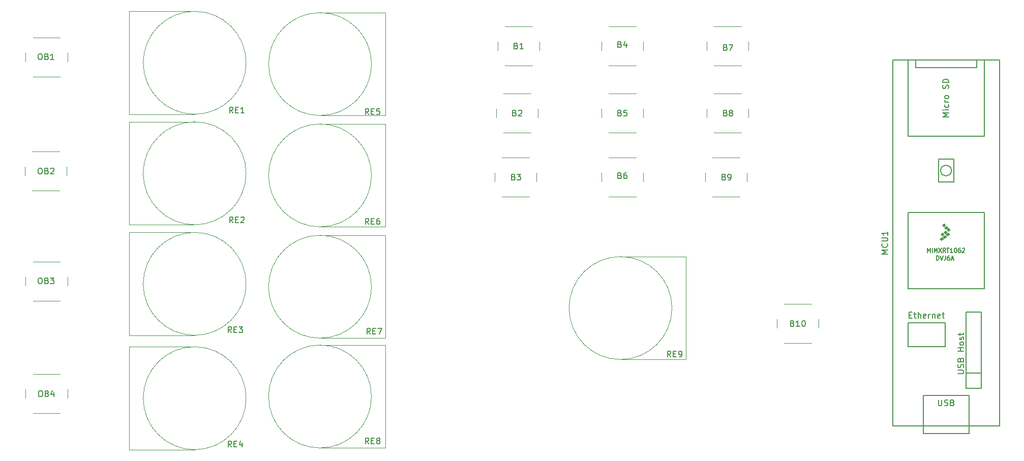
<source format=gbr>
G04 #@! TF.GenerationSoftware,KiCad,Pcbnew,(5.1.4-0-10_14)*
G04 #@! TF.CreationDate,2020-08-23T12:41:51+02:00*
G04 #@! TF.ProjectId,the_mvp,7468655f-6d76-4702-9e6b-696361645f70,1.0*
G04 #@! TF.SameCoordinates,Original*
G04 #@! TF.FileFunction,Legend,Top*
G04 #@! TF.FilePolarity,Positive*
%FSLAX46Y46*%
G04 Gerber Fmt 4.6, Leading zero omitted, Abs format (unit mm)*
G04 Created by KiCad (PCBNEW (5.1.4-0-10_14)) date 2020-08-23 12:41:51*
%MOMM*%
%LPD*%
G04 APERTURE LIST*
%ADD10C,0.150000*%
%ADD11C,0.100000*%
%ADD12C,0.120000*%
G04 APERTURE END LIST*
D10*
X210956026Y-51689000D02*
G75*
G03X210956026Y-51689000I-898026J0D01*
G01*
X203708000Y-71374000D02*
X216408000Y-71374000D01*
X203708000Y-58674000D02*
X203708000Y-71374000D01*
X216408000Y-58674000D02*
X203708000Y-58674000D01*
X216408000Y-71374000D02*
X216408000Y-58674000D01*
X203706400Y-81004000D02*
X203956400Y-81004000D01*
X203706400Y-77004000D02*
X203706400Y-81004000D01*
X209956400Y-77004000D02*
X203706400Y-77004000D01*
X209956400Y-81004000D02*
X209956400Y-77004000D01*
X203956400Y-81004000D02*
X209956400Y-81004000D01*
X213357200Y-85394800D02*
X215897200Y-85394800D01*
X213357200Y-87934800D02*
X213357200Y-85394800D01*
X215897200Y-87934800D02*
X213357200Y-87934800D01*
X215897200Y-75234800D02*
X215897200Y-87934800D01*
X213357200Y-75234800D02*
X215897200Y-75234800D01*
X213357200Y-87934800D02*
X213357200Y-75234800D01*
X208788000Y-53594000D02*
X208788000Y-49784000D01*
X211328000Y-53594000D02*
X208788000Y-53594000D01*
X211328000Y-49784000D02*
X211328000Y-53594000D01*
X208788000Y-49784000D02*
X211328000Y-49784000D01*
X215138000Y-34544000D02*
X215138000Y-33274000D01*
X204978000Y-34544000D02*
X215138000Y-34544000D01*
X204978000Y-33274000D02*
X204978000Y-34544000D01*
X216408000Y-45974000D02*
X216408000Y-33274000D01*
X203708000Y-45974000D02*
X216408000Y-45974000D01*
X203708000Y-33274000D02*
X203708000Y-45974000D01*
X213868000Y-94234000D02*
X213868000Y-95504000D01*
X213868000Y-95504000D02*
X206248000Y-95504000D01*
X206248000Y-95504000D02*
X206248000Y-94234000D01*
X213868000Y-89154000D02*
X206248000Y-89154000D01*
X206248000Y-89154000D02*
X206248000Y-94234000D01*
X213868000Y-89154000D02*
X213868000Y-94234000D01*
X201168000Y-94234000D02*
X201168000Y-33274000D01*
X201168000Y-33274000D02*
X218948000Y-33274000D01*
X218948000Y-33274000D02*
X218948000Y-94234000D01*
X218948000Y-94234000D02*
X201168000Y-94234000D01*
D11*
G36*
X210513000Y-61319000D02*
G01*
X210767000Y-61573000D01*
X210386000Y-61827000D01*
X210132000Y-61573000D01*
X210513000Y-61319000D01*
G37*
X210513000Y-61319000D02*
X210767000Y-61573000D01*
X210386000Y-61827000D01*
X210132000Y-61573000D01*
X210513000Y-61319000D01*
G36*
X210005000Y-61700000D02*
G01*
X210259000Y-61954000D01*
X209878000Y-62208000D01*
X209624000Y-61954000D01*
X210005000Y-61700000D01*
G37*
X210005000Y-61700000D02*
X210259000Y-61954000D01*
X209878000Y-62208000D01*
X209624000Y-61954000D01*
X210005000Y-61700000D01*
G36*
X209497000Y-62081000D02*
G01*
X209751000Y-62335000D01*
X209370000Y-62589000D01*
X209116000Y-62335000D01*
X209497000Y-62081000D01*
G37*
X209497000Y-62081000D02*
X209751000Y-62335000D01*
X209370000Y-62589000D01*
X209116000Y-62335000D01*
X209497000Y-62081000D01*
G36*
X210386000Y-62081000D02*
G01*
X210640000Y-62335000D01*
X210259000Y-62589000D01*
X210005000Y-62335000D01*
X210386000Y-62081000D01*
G37*
X210386000Y-62081000D02*
X210640000Y-62335000D01*
X210259000Y-62589000D01*
X210005000Y-62335000D01*
X210386000Y-62081000D01*
G36*
X209878000Y-62462000D02*
G01*
X210132000Y-62716000D01*
X209751000Y-62970000D01*
X209497000Y-62716000D01*
X209878000Y-62462000D01*
G37*
X209878000Y-62462000D02*
X210132000Y-62716000D01*
X209751000Y-62970000D01*
X209497000Y-62716000D01*
X209878000Y-62462000D01*
G36*
X209370000Y-62843000D02*
G01*
X209624000Y-63097000D01*
X209243000Y-63351000D01*
X208989000Y-63097000D01*
X209370000Y-62843000D01*
G37*
X209370000Y-62843000D02*
X209624000Y-63097000D01*
X209243000Y-63351000D01*
X208989000Y-63097000D01*
X209370000Y-62843000D01*
G36*
X210132000Y-60938000D02*
G01*
X210386000Y-61192000D01*
X210005000Y-61446000D01*
X209751000Y-61192000D01*
X210132000Y-60938000D01*
G37*
X210132000Y-60938000D02*
X210386000Y-61192000D01*
X210005000Y-61446000D01*
X209751000Y-61192000D01*
X210132000Y-60938000D01*
G36*
X209751000Y-60557000D02*
G01*
X210005000Y-60811000D01*
X209624000Y-61065000D01*
X209370000Y-60811000D01*
X209751000Y-60557000D01*
G37*
X209751000Y-60557000D02*
X210005000Y-60811000D01*
X209624000Y-61065000D01*
X209370000Y-60811000D01*
X209751000Y-60557000D01*
D12*
X159658000Y-53546000D02*
X159658000Y-52046000D01*
X158408000Y-49546000D02*
X153908000Y-49546000D01*
X152658000Y-52046000D02*
X152658000Y-53546000D01*
X153908000Y-56046000D02*
X158408000Y-56046000D01*
X159658000Y-42878000D02*
X159658000Y-41378000D01*
X158408000Y-38878000D02*
X153908000Y-38878000D01*
X152658000Y-41378000D02*
X152658000Y-42878000D01*
X153908000Y-45378000D02*
X158408000Y-45378000D01*
X142132000Y-42878000D02*
X142132000Y-41378000D01*
X140882000Y-38878000D02*
X136382000Y-38878000D01*
X135132000Y-41378000D02*
X135132000Y-42878000D01*
X136382000Y-45378000D02*
X140882000Y-45378000D01*
X166772000Y-66026000D02*
X155852000Y-66026000D01*
X166772000Y-83166000D02*
X166772000Y-66026000D01*
X166772000Y-83166000D02*
X155852000Y-83166000D01*
X164422000Y-74596000D02*
G75*
G03X164422000Y-74596000I-8570000J0D01*
G01*
X116734000Y-80758000D02*
X105814000Y-80758000D01*
X116734000Y-97898000D02*
X116734000Y-80758000D01*
X116734000Y-97898000D02*
X105814000Y-97898000D01*
X114384000Y-89328000D02*
G75*
G03X114384000Y-89328000I-8570000J0D01*
G01*
X116734000Y-62470000D02*
X105814000Y-62470000D01*
X116734000Y-79610000D02*
X116734000Y-62470000D01*
X116734000Y-79610000D02*
X105814000Y-79610000D01*
X114384000Y-71040000D02*
G75*
G03X114384000Y-71040000I-8570000J0D01*
G01*
X116734000Y-43928000D02*
X105814000Y-43928000D01*
X116734000Y-61068000D02*
X116734000Y-43928000D01*
X116734000Y-61068000D02*
X105814000Y-61068000D01*
X114384000Y-52498000D02*
G75*
G03X114384000Y-52498000I-8570000J0D01*
G01*
X116734000Y-25386000D02*
X105814000Y-25386000D01*
X116734000Y-42526000D02*
X116734000Y-25386000D01*
X116734000Y-42526000D02*
X105814000Y-42526000D01*
X114384000Y-33956000D02*
G75*
G03X114384000Y-33956000I-8570000J0D01*
G01*
X74020000Y-98185000D02*
X84940000Y-98185000D01*
X74020000Y-81045000D02*
X74020000Y-98185000D01*
X74020000Y-81045000D02*
X84940000Y-81045000D01*
X93510000Y-89615000D02*
G75*
G03X93510000Y-89615000I-8570000J0D01*
G01*
X74020000Y-79135000D02*
X84940000Y-79135000D01*
X74020000Y-61995000D02*
X74020000Y-79135000D01*
X74020000Y-61995000D02*
X84940000Y-61995000D01*
X93510000Y-70565000D02*
G75*
G03X93510000Y-70565000I-8570000J0D01*
G01*
X74020000Y-60720000D02*
X84940000Y-60720000D01*
X74020000Y-43580000D02*
X74020000Y-60720000D01*
X74020000Y-43580000D02*
X84940000Y-43580000D01*
X93510000Y-52150000D02*
G75*
G03X93510000Y-52150000I-8570000J0D01*
G01*
X74020000Y-42305000D02*
X84940000Y-42305000D01*
X74020000Y-25165000D02*
X74020000Y-42305000D01*
X74020000Y-25165000D02*
X84940000Y-25165000D01*
X93510000Y-33735000D02*
G75*
G03X93510000Y-33735000I-8570000J0D01*
G01*
X63750000Y-89614000D02*
X63750000Y-88114000D01*
X62500000Y-85614000D02*
X58000000Y-85614000D01*
X56750000Y-88114000D02*
X56750000Y-89614000D01*
X58000000Y-92114000D02*
X62500000Y-92114000D01*
X56750000Y-69390000D02*
X56750000Y-70890000D01*
X58000000Y-73390000D02*
X62500000Y-73390000D01*
X63750000Y-70890000D02*
X63750000Y-69390000D01*
X62500000Y-66890000D02*
X58000000Y-66890000D01*
X63646000Y-52530000D02*
X63646000Y-51030000D01*
X62396000Y-48530000D02*
X57896000Y-48530000D01*
X56646000Y-51030000D02*
X56646000Y-52530000D01*
X57896000Y-55030000D02*
X62396000Y-55030000D01*
X56750000Y-32052000D02*
X56750000Y-33552000D01*
X58000000Y-36052000D02*
X62500000Y-36052000D01*
X63750000Y-33552000D02*
X63750000Y-32052000D01*
X62500000Y-29552000D02*
X58000000Y-29552000D01*
X188868000Y-77930000D02*
X188868000Y-76430000D01*
X187618000Y-73930000D02*
X183118000Y-73930000D01*
X181868000Y-76430000D02*
X181868000Y-77930000D01*
X183118000Y-80430000D02*
X187618000Y-80430000D01*
X176930000Y-53546000D02*
X176930000Y-52046000D01*
X175680000Y-49546000D02*
X171180000Y-49546000D01*
X169930000Y-52046000D02*
X169930000Y-53546000D01*
X171180000Y-56046000D02*
X175680000Y-56046000D01*
X177184000Y-42878000D02*
X177184000Y-41378000D01*
X175934000Y-38878000D02*
X171434000Y-38878000D01*
X170184000Y-41378000D02*
X170184000Y-42878000D01*
X171434000Y-45378000D02*
X175934000Y-45378000D01*
X177184000Y-31702000D02*
X177184000Y-30202000D01*
X175934000Y-27702000D02*
X171434000Y-27702000D01*
X170184000Y-30202000D02*
X170184000Y-31702000D01*
X171434000Y-34202000D02*
X175934000Y-34202000D01*
X159658000Y-31702000D02*
X159658000Y-30202000D01*
X158408000Y-27702000D02*
X153908000Y-27702000D01*
X152658000Y-30202000D02*
X152658000Y-31702000D01*
X153908000Y-34202000D02*
X158408000Y-34202000D01*
X141878000Y-53546000D02*
X141878000Y-52046000D01*
X140628000Y-49546000D02*
X136128000Y-49546000D01*
X134878000Y-52046000D02*
X134878000Y-53546000D01*
X136128000Y-56046000D02*
X140628000Y-56046000D01*
X142386000Y-31702000D02*
X142386000Y-30202000D01*
X141136000Y-27702000D02*
X136636000Y-27702000D01*
X135386000Y-30202000D02*
X135386000Y-31702000D01*
X136636000Y-34202000D02*
X141136000Y-34202000D01*
D10*
X200350380Y-65587333D02*
X199350380Y-65587333D01*
X200064666Y-65254000D01*
X199350380Y-64920666D01*
X200350380Y-64920666D01*
X200255142Y-63873047D02*
X200302761Y-63920666D01*
X200350380Y-64063523D01*
X200350380Y-64158761D01*
X200302761Y-64301619D01*
X200207523Y-64396857D01*
X200112285Y-64444476D01*
X199921809Y-64492095D01*
X199778952Y-64492095D01*
X199588476Y-64444476D01*
X199493238Y-64396857D01*
X199398000Y-64301619D01*
X199350380Y-64158761D01*
X199350380Y-64063523D01*
X199398000Y-63920666D01*
X199445619Y-63873047D01*
X199350380Y-63444476D02*
X200159904Y-63444476D01*
X200255142Y-63396857D01*
X200302761Y-63349238D01*
X200350380Y-63254000D01*
X200350380Y-63063523D01*
X200302761Y-62968285D01*
X200255142Y-62920666D01*
X200159904Y-62873047D01*
X199350380Y-62873047D01*
X200350380Y-61873047D02*
X200350380Y-62444476D01*
X200350380Y-62158761D02*
X199350380Y-62158761D01*
X199493238Y-62254000D01*
X199588476Y-62349238D01*
X199636095Y-62444476D01*
X211999580Y-85529323D02*
X212809104Y-85529323D01*
X212904342Y-85481704D01*
X212951961Y-85434085D01*
X212999580Y-85338847D01*
X212999580Y-85148371D01*
X212951961Y-85053133D01*
X212904342Y-85005514D01*
X212809104Y-84957895D01*
X211999580Y-84957895D01*
X212951961Y-84529323D02*
X212999580Y-84386466D01*
X212999580Y-84148371D01*
X212951961Y-84053133D01*
X212904342Y-84005514D01*
X212809104Y-83957895D01*
X212713866Y-83957895D01*
X212618628Y-84005514D01*
X212571009Y-84053133D01*
X212523390Y-84148371D01*
X212475771Y-84338847D01*
X212428152Y-84434085D01*
X212380533Y-84481704D01*
X212285295Y-84529323D01*
X212190057Y-84529323D01*
X212094819Y-84481704D01*
X212047200Y-84434085D01*
X211999580Y-84338847D01*
X211999580Y-84100752D01*
X212047200Y-83957895D01*
X212475771Y-83195990D02*
X212523390Y-83053133D01*
X212571009Y-83005514D01*
X212666247Y-82957895D01*
X212809104Y-82957895D01*
X212904342Y-83005514D01*
X212951961Y-83053133D01*
X212999580Y-83148371D01*
X212999580Y-83529323D01*
X211999580Y-83529323D01*
X211999580Y-83195990D01*
X212047200Y-83100752D01*
X212094819Y-83053133D01*
X212190057Y-83005514D01*
X212285295Y-83005514D01*
X212380533Y-83053133D01*
X212428152Y-83100752D01*
X212475771Y-83195990D01*
X212475771Y-83529323D01*
X212999580Y-81767419D02*
X211999580Y-81767419D01*
X212475771Y-81767419D02*
X212475771Y-81195990D01*
X212999580Y-81195990D02*
X211999580Y-81195990D01*
X212999580Y-80576942D02*
X212951961Y-80672180D01*
X212904342Y-80719800D01*
X212809104Y-80767419D01*
X212523390Y-80767419D01*
X212428152Y-80719800D01*
X212380533Y-80672180D01*
X212332914Y-80576942D01*
X212332914Y-80434085D01*
X212380533Y-80338847D01*
X212428152Y-80291228D01*
X212523390Y-80243609D01*
X212809104Y-80243609D01*
X212904342Y-80291228D01*
X212951961Y-80338847D01*
X212999580Y-80434085D01*
X212999580Y-80576942D01*
X212951961Y-79862657D02*
X212999580Y-79767419D01*
X212999580Y-79576942D01*
X212951961Y-79481704D01*
X212856723Y-79434085D01*
X212809104Y-79434085D01*
X212713866Y-79481704D01*
X212666247Y-79576942D01*
X212666247Y-79719800D01*
X212618628Y-79815038D01*
X212523390Y-79862657D01*
X212475771Y-79862657D01*
X212380533Y-79815038D01*
X212332914Y-79719800D01*
X212332914Y-79576942D01*
X212380533Y-79481704D01*
X212332914Y-79148371D02*
X212332914Y-78767419D01*
X211999580Y-79005514D02*
X212856723Y-79005514D01*
X212951961Y-78957895D01*
X212999580Y-78862657D01*
X212999580Y-78767419D01*
X203924257Y-75747571D02*
X204257590Y-75747571D01*
X204400447Y-76271380D02*
X203924257Y-76271380D01*
X203924257Y-75271380D01*
X204400447Y-75271380D01*
X204686161Y-75604714D02*
X205067114Y-75604714D01*
X204829019Y-75271380D02*
X204829019Y-76128523D01*
X204876638Y-76223761D01*
X204971876Y-76271380D01*
X205067114Y-76271380D01*
X205400447Y-76271380D02*
X205400447Y-75271380D01*
X205829019Y-76271380D02*
X205829019Y-75747571D01*
X205781400Y-75652333D01*
X205686161Y-75604714D01*
X205543304Y-75604714D01*
X205448066Y-75652333D01*
X205400447Y-75699952D01*
X206686161Y-76223761D02*
X206590923Y-76271380D01*
X206400447Y-76271380D01*
X206305209Y-76223761D01*
X206257590Y-76128523D01*
X206257590Y-75747571D01*
X206305209Y-75652333D01*
X206400447Y-75604714D01*
X206590923Y-75604714D01*
X206686161Y-75652333D01*
X206733780Y-75747571D01*
X206733780Y-75842809D01*
X206257590Y-75938047D01*
X207162352Y-76271380D02*
X207162352Y-75604714D01*
X207162352Y-75795190D02*
X207209971Y-75699952D01*
X207257590Y-75652333D01*
X207352828Y-75604714D01*
X207448066Y-75604714D01*
X207781400Y-75604714D02*
X207781400Y-76271380D01*
X207781400Y-75699952D02*
X207829019Y-75652333D01*
X207924257Y-75604714D01*
X208067114Y-75604714D01*
X208162352Y-75652333D01*
X208209971Y-75747571D01*
X208209971Y-76271380D01*
X209067114Y-76223761D02*
X208971876Y-76271380D01*
X208781400Y-76271380D01*
X208686161Y-76223761D01*
X208638542Y-76128523D01*
X208638542Y-75747571D01*
X208686161Y-75652333D01*
X208781400Y-75604714D01*
X208971876Y-75604714D01*
X209067114Y-75652333D01*
X209114733Y-75747571D01*
X209114733Y-75842809D01*
X208638542Y-75938047D01*
X209400447Y-75604714D02*
X209781400Y-75604714D01*
X209543304Y-75271380D02*
X209543304Y-76128523D01*
X209590923Y-76223761D01*
X209686161Y-76271380D01*
X209781400Y-76271380D01*
X208796095Y-89876380D02*
X208796095Y-90685904D01*
X208843714Y-90781142D01*
X208891333Y-90828761D01*
X208986571Y-90876380D01*
X209177047Y-90876380D01*
X209272285Y-90828761D01*
X209319904Y-90781142D01*
X209367523Y-90685904D01*
X209367523Y-89876380D01*
X209796095Y-90828761D02*
X209938952Y-90876380D01*
X210177047Y-90876380D01*
X210272285Y-90828761D01*
X210319904Y-90781142D01*
X210367523Y-90685904D01*
X210367523Y-90590666D01*
X210319904Y-90495428D01*
X210272285Y-90447809D01*
X210177047Y-90400190D01*
X209986571Y-90352571D01*
X209891333Y-90304952D01*
X209843714Y-90257333D01*
X209796095Y-90162095D01*
X209796095Y-90066857D01*
X209843714Y-89971619D01*
X209891333Y-89924000D01*
X209986571Y-89876380D01*
X210224666Y-89876380D01*
X210367523Y-89924000D01*
X211129428Y-90352571D02*
X211272285Y-90400190D01*
X211319904Y-90447809D01*
X211367523Y-90543047D01*
X211367523Y-90685904D01*
X211319904Y-90781142D01*
X211272285Y-90828761D01*
X211177047Y-90876380D01*
X210796095Y-90876380D01*
X210796095Y-89876380D01*
X211129428Y-89876380D01*
X211224666Y-89924000D01*
X211272285Y-89971619D01*
X211319904Y-90066857D01*
X211319904Y-90162095D01*
X211272285Y-90257333D01*
X211224666Y-90304952D01*
X211129428Y-90352571D01*
X210796095Y-90352571D01*
X210510380Y-42743047D02*
X209510380Y-42743047D01*
X210224666Y-42409714D01*
X209510380Y-42076380D01*
X210510380Y-42076380D01*
X210510380Y-41600190D02*
X209843714Y-41600190D01*
X209510380Y-41600190D02*
X209558000Y-41647809D01*
X209605619Y-41600190D01*
X209558000Y-41552571D01*
X209510380Y-41600190D01*
X209605619Y-41600190D01*
X210462761Y-40695428D02*
X210510380Y-40790666D01*
X210510380Y-40981142D01*
X210462761Y-41076380D01*
X210415142Y-41124000D01*
X210319904Y-41171619D01*
X210034190Y-41171619D01*
X209938952Y-41124000D01*
X209891333Y-41076380D01*
X209843714Y-40981142D01*
X209843714Y-40790666D01*
X209891333Y-40695428D01*
X210510380Y-40266857D02*
X209843714Y-40266857D01*
X210034190Y-40266857D02*
X209938952Y-40219238D01*
X209891333Y-40171619D01*
X209843714Y-40076380D01*
X209843714Y-39981142D01*
X210510380Y-39504952D02*
X210462761Y-39600190D01*
X210415142Y-39647809D01*
X210319904Y-39695428D01*
X210034190Y-39695428D01*
X209938952Y-39647809D01*
X209891333Y-39600190D01*
X209843714Y-39504952D01*
X209843714Y-39362095D01*
X209891333Y-39266857D01*
X209938952Y-39219238D01*
X210034190Y-39171619D01*
X210319904Y-39171619D01*
X210415142Y-39219238D01*
X210462761Y-39266857D01*
X210510380Y-39362095D01*
X210510380Y-39504952D01*
X210462761Y-38028761D02*
X210510380Y-37885904D01*
X210510380Y-37647809D01*
X210462761Y-37552571D01*
X210415142Y-37504952D01*
X210319904Y-37457333D01*
X210224666Y-37457333D01*
X210129428Y-37504952D01*
X210081809Y-37552571D01*
X210034190Y-37647809D01*
X209986571Y-37838285D01*
X209938952Y-37933523D01*
X209891333Y-37981142D01*
X209796095Y-38028761D01*
X209700857Y-38028761D01*
X209605619Y-37981142D01*
X209558000Y-37933523D01*
X209510380Y-37838285D01*
X209510380Y-37600190D01*
X209558000Y-37457333D01*
X210510380Y-37028761D02*
X209510380Y-37028761D01*
X209510380Y-36790666D01*
X209558000Y-36647809D01*
X209653238Y-36552571D01*
X209748476Y-36504952D01*
X209938952Y-36457333D01*
X210081809Y-36457333D01*
X210272285Y-36504952D01*
X210367523Y-36552571D01*
X210462761Y-36647809D01*
X210510380Y-36790666D01*
X210510380Y-37028761D01*
X206974666Y-65340666D02*
X206974666Y-64640666D01*
X207208000Y-65140666D01*
X207441333Y-64640666D01*
X207441333Y-65340666D01*
X207774666Y-65340666D02*
X207774666Y-64640666D01*
X208108000Y-65340666D02*
X208108000Y-64640666D01*
X208341333Y-65140666D01*
X208574666Y-64640666D01*
X208574666Y-65340666D01*
X208841333Y-64640666D02*
X209308000Y-65340666D01*
X209308000Y-64640666D02*
X208841333Y-65340666D01*
X209974666Y-65340666D02*
X209741333Y-65007333D01*
X209574666Y-65340666D02*
X209574666Y-64640666D01*
X209841333Y-64640666D01*
X209908000Y-64674000D01*
X209941333Y-64707333D01*
X209974666Y-64774000D01*
X209974666Y-64874000D01*
X209941333Y-64940666D01*
X209908000Y-64974000D01*
X209841333Y-65007333D01*
X209574666Y-65007333D01*
X210174666Y-64640666D02*
X210574666Y-64640666D01*
X210374666Y-65340666D02*
X210374666Y-64640666D01*
X211174666Y-65340666D02*
X210774666Y-65340666D01*
X210974666Y-65340666D02*
X210974666Y-64640666D01*
X210908000Y-64740666D01*
X210841333Y-64807333D01*
X210774666Y-64840666D01*
X211608000Y-64640666D02*
X211674666Y-64640666D01*
X211741333Y-64674000D01*
X211774666Y-64707333D01*
X211808000Y-64774000D01*
X211841333Y-64907333D01*
X211841333Y-65074000D01*
X211808000Y-65207333D01*
X211774666Y-65274000D01*
X211741333Y-65307333D01*
X211674666Y-65340666D01*
X211608000Y-65340666D01*
X211541333Y-65307333D01*
X211508000Y-65274000D01*
X211474666Y-65207333D01*
X211441333Y-65074000D01*
X211441333Y-64907333D01*
X211474666Y-64774000D01*
X211508000Y-64707333D01*
X211541333Y-64674000D01*
X211608000Y-64640666D01*
X212441333Y-64640666D02*
X212308000Y-64640666D01*
X212241333Y-64674000D01*
X212208000Y-64707333D01*
X212141333Y-64807333D01*
X212108000Y-64940666D01*
X212108000Y-65207333D01*
X212141333Y-65274000D01*
X212174666Y-65307333D01*
X212241333Y-65340666D01*
X212374666Y-65340666D01*
X212441333Y-65307333D01*
X212474666Y-65274000D01*
X212508000Y-65207333D01*
X212508000Y-65040666D01*
X212474666Y-64974000D01*
X212441333Y-64940666D01*
X212374666Y-64907333D01*
X212241333Y-64907333D01*
X212174666Y-64940666D01*
X212141333Y-64974000D01*
X212108000Y-65040666D01*
X212774666Y-64707333D02*
X212808000Y-64674000D01*
X212874666Y-64640666D01*
X213041333Y-64640666D01*
X213108000Y-64674000D01*
X213141333Y-64707333D01*
X213174666Y-64774000D01*
X213174666Y-64840666D01*
X213141333Y-64940666D01*
X212741333Y-65340666D01*
X213174666Y-65340666D01*
X208494666Y-66610666D02*
X208494666Y-65910666D01*
X208661333Y-65910666D01*
X208761333Y-65944000D01*
X208828000Y-66010666D01*
X208861333Y-66077333D01*
X208894666Y-66210666D01*
X208894666Y-66310666D01*
X208861333Y-66444000D01*
X208828000Y-66510666D01*
X208761333Y-66577333D01*
X208661333Y-66610666D01*
X208494666Y-66610666D01*
X209094666Y-65910666D02*
X209328000Y-66610666D01*
X209561333Y-65910666D01*
X209994666Y-65910666D02*
X209994666Y-66410666D01*
X209961333Y-66510666D01*
X209894666Y-66577333D01*
X209794666Y-66610666D01*
X209728000Y-66610666D01*
X210628000Y-65910666D02*
X210494666Y-65910666D01*
X210428000Y-65944000D01*
X210394666Y-65977333D01*
X210328000Y-66077333D01*
X210294666Y-66210666D01*
X210294666Y-66477333D01*
X210328000Y-66544000D01*
X210361333Y-66577333D01*
X210428000Y-66610666D01*
X210561333Y-66610666D01*
X210628000Y-66577333D01*
X210661333Y-66544000D01*
X210694666Y-66477333D01*
X210694666Y-66310666D01*
X210661333Y-66244000D01*
X210628000Y-66210666D01*
X210561333Y-66177333D01*
X210428000Y-66177333D01*
X210361333Y-66210666D01*
X210328000Y-66244000D01*
X210294666Y-66310666D01*
X210961333Y-66410666D02*
X211294666Y-66410666D01*
X210894666Y-66610666D02*
X211128000Y-65910666D01*
X211361333Y-66610666D01*
X155753238Y-52506571D02*
X155896095Y-52554190D01*
X155943714Y-52601809D01*
X155991333Y-52697047D01*
X155991333Y-52839904D01*
X155943714Y-52935142D01*
X155896095Y-52982761D01*
X155800857Y-53030380D01*
X155419904Y-53030380D01*
X155419904Y-52030380D01*
X155753238Y-52030380D01*
X155848476Y-52078000D01*
X155896095Y-52125619D01*
X155943714Y-52220857D01*
X155943714Y-52316095D01*
X155896095Y-52411333D01*
X155848476Y-52458952D01*
X155753238Y-52506571D01*
X155419904Y-52506571D01*
X156848476Y-52030380D02*
X156658000Y-52030380D01*
X156562761Y-52078000D01*
X156515142Y-52125619D01*
X156419904Y-52268476D01*
X156372285Y-52458952D01*
X156372285Y-52839904D01*
X156419904Y-52935142D01*
X156467523Y-52982761D01*
X156562761Y-53030380D01*
X156753238Y-53030380D01*
X156848476Y-52982761D01*
X156896095Y-52935142D01*
X156943714Y-52839904D01*
X156943714Y-52601809D01*
X156896095Y-52506571D01*
X156848476Y-52458952D01*
X156753238Y-52411333D01*
X156562761Y-52411333D01*
X156467523Y-52458952D01*
X156419904Y-52506571D01*
X156372285Y-52601809D01*
X155753238Y-42092571D02*
X155896095Y-42140190D01*
X155943714Y-42187809D01*
X155991333Y-42283047D01*
X155991333Y-42425904D01*
X155943714Y-42521142D01*
X155896095Y-42568761D01*
X155800857Y-42616380D01*
X155419904Y-42616380D01*
X155419904Y-41616380D01*
X155753238Y-41616380D01*
X155848476Y-41664000D01*
X155896095Y-41711619D01*
X155943714Y-41806857D01*
X155943714Y-41902095D01*
X155896095Y-41997333D01*
X155848476Y-42044952D01*
X155753238Y-42092571D01*
X155419904Y-42092571D01*
X156896095Y-41616380D02*
X156419904Y-41616380D01*
X156372285Y-42092571D01*
X156419904Y-42044952D01*
X156515142Y-41997333D01*
X156753238Y-41997333D01*
X156848476Y-42044952D01*
X156896095Y-42092571D01*
X156943714Y-42187809D01*
X156943714Y-42425904D01*
X156896095Y-42521142D01*
X156848476Y-42568761D01*
X156753238Y-42616380D01*
X156515142Y-42616380D01*
X156419904Y-42568761D01*
X156372285Y-42521142D01*
X138227238Y-42092571D02*
X138370095Y-42140190D01*
X138417714Y-42187809D01*
X138465333Y-42283047D01*
X138465333Y-42425904D01*
X138417714Y-42521142D01*
X138370095Y-42568761D01*
X138274857Y-42616380D01*
X137893904Y-42616380D01*
X137893904Y-41616380D01*
X138227238Y-41616380D01*
X138322476Y-41664000D01*
X138370095Y-41711619D01*
X138417714Y-41806857D01*
X138417714Y-41902095D01*
X138370095Y-41997333D01*
X138322476Y-42044952D01*
X138227238Y-42092571D01*
X137893904Y-42092571D01*
X138846285Y-41711619D02*
X138893904Y-41664000D01*
X138989142Y-41616380D01*
X139227238Y-41616380D01*
X139322476Y-41664000D01*
X139370095Y-41711619D01*
X139417714Y-41806857D01*
X139417714Y-41902095D01*
X139370095Y-42044952D01*
X138798666Y-42616380D01*
X139417714Y-42616380D01*
X164226952Y-82748380D02*
X163893619Y-82272190D01*
X163655523Y-82748380D02*
X163655523Y-81748380D01*
X164036476Y-81748380D01*
X164131714Y-81796000D01*
X164179333Y-81843619D01*
X164226952Y-81938857D01*
X164226952Y-82081714D01*
X164179333Y-82176952D01*
X164131714Y-82224571D01*
X164036476Y-82272190D01*
X163655523Y-82272190D01*
X164655523Y-82224571D02*
X164988857Y-82224571D01*
X165131714Y-82748380D02*
X164655523Y-82748380D01*
X164655523Y-81748380D01*
X165131714Y-81748380D01*
X165607904Y-82748380D02*
X165798380Y-82748380D01*
X165893619Y-82700761D01*
X165941238Y-82653142D01*
X166036476Y-82510285D01*
X166084095Y-82319809D01*
X166084095Y-81938857D01*
X166036476Y-81843619D01*
X165988857Y-81796000D01*
X165893619Y-81748380D01*
X165703142Y-81748380D01*
X165607904Y-81796000D01*
X165560285Y-81843619D01*
X165512666Y-81938857D01*
X165512666Y-82176952D01*
X165560285Y-82272190D01*
X165607904Y-82319809D01*
X165703142Y-82367428D01*
X165893619Y-82367428D01*
X165988857Y-82319809D01*
X166036476Y-82272190D01*
X166084095Y-82176952D01*
X113934952Y-97226380D02*
X113601619Y-96750190D01*
X113363523Y-97226380D02*
X113363523Y-96226380D01*
X113744476Y-96226380D01*
X113839714Y-96274000D01*
X113887333Y-96321619D01*
X113934952Y-96416857D01*
X113934952Y-96559714D01*
X113887333Y-96654952D01*
X113839714Y-96702571D01*
X113744476Y-96750190D01*
X113363523Y-96750190D01*
X114363523Y-96702571D02*
X114696857Y-96702571D01*
X114839714Y-97226380D02*
X114363523Y-97226380D01*
X114363523Y-96226380D01*
X114839714Y-96226380D01*
X115411142Y-96654952D02*
X115315904Y-96607333D01*
X115268285Y-96559714D01*
X115220666Y-96464476D01*
X115220666Y-96416857D01*
X115268285Y-96321619D01*
X115315904Y-96274000D01*
X115411142Y-96226380D01*
X115601619Y-96226380D01*
X115696857Y-96274000D01*
X115744476Y-96321619D01*
X115792095Y-96416857D01*
X115792095Y-96464476D01*
X115744476Y-96559714D01*
X115696857Y-96607333D01*
X115601619Y-96654952D01*
X115411142Y-96654952D01*
X115315904Y-96702571D01*
X115268285Y-96750190D01*
X115220666Y-96845428D01*
X115220666Y-97035904D01*
X115268285Y-97131142D01*
X115315904Y-97178761D01*
X115411142Y-97226380D01*
X115601619Y-97226380D01*
X115696857Y-97178761D01*
X115744476Y-97131142D01*
X115792095Y-97035904D01*
X115792095Y-96845428D01*
X115744476Y-96750190D01*
X115696857Y-96702571D01*
X115601619Y-96654952D01*
X114188952Y-78938380D02*
X113855619Y-78462190D01*
X113617523Y-78938380D02*
X113617523Y-77938380D01*
X113998476Y-77938380D01*
X114093714Y-77986000D01*
X114141333Y-78033619D01*
X114188952Y-78128857D01*
X114188952Y-78271714D01*
X114141333Y-78366952D01*
X114093714Y-78414571D01*
X113998476Y-78462190D01*
X113617523Y-78462190D01*
X114617523Y-78414571D02*
X114950857Y-78414571D01*
X115093714Y-78938380D02*
X114617523Y-78938380D01*
X114617523Y-77938380D01*
X115093714Y-77938380D01*
X115427047Y-77938380D02*
X116093714Y-77938380D01*
X115665142Y-78938380D01*
X113934952Y-60650380D02*
X113601619Y-60174190D01*
X113363523Y-60650380D02*
X113363523Y-59650380D01*
X113744476Y-59650380D01*
X113839714Y-59698000D01*
X113887333Y-59745619D01*
X113934952Y-59840857D01*
X113934952Y-59983714D01*
X113887333Y-60078952D01*
X113839714Y-60126571D01*
X113744476Y-60174190D01*
X113363523Y-60174190D01*
X114363523Y-60126571D02*
X114696857Y-60126571D01*
X114839714Y-60650380D02*
X114363523Y-60650380D01*
X114363523Y-59650380D01*
X114839714Y-59650380D01*
X115696857Y-59650380D02*
X115506380Y-59650380D01*
X115411142Y-59698000D01*
X115363523Y-59745619D01*
X115268285Y-59888476D01*
X115220666Y-60078952D01*
X115220666Y-60459904D01*
X115268285Y-60555142D01*
X115315904Y-60602761D01*
X115411142Y-60650380D01*
X115601619Y-60650380D01*
X115696857Y-60602761D01*
X115744476Y-60555142D01*
X115792095Y-60459904D01*
X115792095Y-60221809D01*
X115744476Y-60126571D01*
X115696857Y-60078952D01*
X115601619Y-60031333D01*
X115411142Y-60031333D01*
X115315904Y-60078952D01*
X115268285Y-60126571D01*
X115220666Y-60221809D01*
X113934952Y-42362380D02*
X113601619Y-41886190D01*
X113363523Y-42362380D02*
X113363523Y-41362380D01*
X113744476Y-41362380D01*
X113839714Y-41410000D01*
X113887333Y-41457619D01*
X113934952Y-41552857D01*
X113934952Y-41695714D01*
X113887333Y-41790952D01*
X113839714Y-41838571D01*
X113744476Y-41886190D01*
X113363523Y-41886190D01*
X114363523Y-41838571D02*
X114696857Y-41838571D01*
X114839714Y-42362380D02*
X114363523Y-42362380D01*
X114363523Y-41362380D01*
X114839714Y-41362380D01*
X115744476Y-41362380D02*
X115268285Y-41362380D01*
X115220666Y-41838571D01*
X115268285Y-41790952D01*
X115363523Y-41743333D01*
X115601619Y-41743333D01*
X115696857Y-41790952D01*
X115744476Y-41838571D01*
X115792095Y-41933809D01*
X115792095Y-42171904D01*
X115744476Y-42267142D01*
X115696857Y-42314761D01*
X115601619Y-42362380D01*
X115363523Y-42362380D01*
X115268285Y-42314761D01*
X115220666Y-42267142D01*
X91074952Y-97734380D02*
X90741619Y-97258190D01*
X90503523Y-97734380D02*
X90503523Y-96734380D01*
X90884476Y-96734380D01*
X90979714Y-96782000D01*
X91027333Y-96829619D01*
X91074952Y-96924857D01*
X91074952Y-97067714D01*
X91027333Y-97162952D01*
X90979714Y-97210571D01*
X90884476Y-97258190D01*
X90503523Y-97258190D01*
X91503523Y-97210571D02*
X91836857Y-97210571D01*
X91979714Y-97734380D02*
X91503523Y-97734380D01*
X91503523Y-96734380D01*
X91979714Y-96734380D01*
X92836857Y-97067714D02*
X92836857Y-97734380D01*
X92598761Y-96686761D02*
X92360666Y-97401047D01*
X92979714Y-97401047D01*
X91074952Y-78684380D02*
X90741619Y-78208190D01*
X90503523Y-78684380D02*
X90503523Y-77684380D01*
X90884476Y-77684380D01*
X90979714Y-77732000D01*
X91027333Y-77779619D01*
X91074952Y-77874857D01*
X91074952Y-78017714D01*
X91027333Y-78112952D01*
X90979714Y-78160571D01*
X90884476Y-78208190D01*
X90503523Y-78208190D01*
X91503523Y-78160571D02*
X91836857Y-78160571D01*
X91979714Y-78684380D02*
X91503523Y-78684380D01*
X91503523Y-77684380D01*
X91979714Y-77684380D01*
X92313047Y-77684380D02*
X92932095Y-77684380D01*
X92598761Y-78065333D01*
X92741619Y-78065333D01*
X92836857Y-78112952D01*
X92884476Y-78160571D01*
X92932095Y-78255809D01*
X92932095Y-78493904D01*
X92884476Y-78589142D01*
X92836857Y-78636761D01*
X92741619Y-78684380D01*
X92455904Y-78684380D01*
X92360666Y-78636761D01*
X92313047Y-78589142D01*
X91328952Y-60396380D02*
X90995619Y-59920190D01*
X90757523Y-60396380D02*
X90757523Y-59396380D01*
X91138476Y-59396380D01*
X91233714Y-59444000D01*
X91281333Y-59491619D01*
X91328952Y-59586857D01*
X91328952Y-59729714D01*
X91281333Y-59824952D01*
X91233714Y-59872571D01*
X91138476Y-59920190D01*
X90757523Y-59920190D01*
X91757523Y-59872571D02*
X92090857Y-59872571D01*
X92233714Y-60396380D02*
X91757523Y-60396380D01*
X91757523Y-59396380D01*
X92233714Y-59396380D01*
X92614666Y-59491619D02*
X92662285Y-59444000D01*
X92757523Y-59396380D01*
X92995619Y-59396380D01*
X93090857Y-59444000D01*
X93138476Y-59491619D01*
X93186095Y-59586857D01*
X93186095Y-59682095D01*
X93138476Y-59824952D01*
X92567047Y-60396380D01*
X93186095Y-60396380D01*
X91328952Y-42108380D02*
X90995619Y-41632190D01*
X90757523Y-42108380D02*
X90757523Y-41108380D01*
X91138476Y-41108380D01*
X91233714Y-41156000D01*
X91281333Y-41203619D01*
X91328952Y-41298857D01*
X91328952Y-41441714D01*
X91281333Y-41536952D01*
X91233714Y-41584571D01*
X91138476Y-41632190D01*
X90757523Y-41632190D01*
X91757523Y-41584571D02*
X92090857Y-41584571D01*
X92233714Y-42108380D02*
X91757523Y-42108380D01*
X91757523Y-41108380D01*
X92233714Y-41108380D01*
X93186095Y-42108380D02*
X92614666Y-42108380D01*
X92900380Y-42108380D02*
X92900380Y-41108380D01*
X92805142Y-41251238D01*
X92709904Y-41346476D01*
X92614666Y-41394095D01*
X59178571Y-88352380D02*
X59369047Y-88352380D01*
X59464285Y-88400000D01*
X59559523Y-88495238D01*
X59607142Y-88685714D01*
X59607142Y-89019047D01*
X59559523Y-89209523D01*
X59464285Y-89304761D01*
X59369047Y-89352380D01*
X59178571Y-89352380D01*
X59083333Y-89304761D01*
X58988095Y-89209523D01*
X58940476Y-89019047D01*
X58940476Y-88685714D01*
X58988095Y-88495238D01*
X59083333Y-88400000D01*
X59178571Y-88352380D01*
X60369047Y-88828571D02*
X60511904Y-88876190D01*
X60559523Y-88923809D01*
X60607142Y-89019047D01*
X60607142Y-89161904D01*
X60559523Y-89257142D01*
X60511904Y-89304761D01*
X60416666Y-89352380D01*
X60035714Y-89352380D01*
X60035714Y-88352380D01*
X60369047Y-88352380D01*
X60464285Y-88400000D01*
X60511904Y-88447619D01*
X60559523Y-88542857D01*
X60559523Y-88638095D01*
X60511904Y-88733333D01*
X60464285Y-88780952D01*
X60369047Y-88828571D01*
X60035714Y-88828571D01*
X61464285Y-88685714D02*
X61464285Y-89352380D01*
X61226190Y-88304761D02*
X60988095Y-89019047D01*
X61607142Y-89019047D01*
X59126571Y-69556380D02*
X59317047Y-69556380D01*
X59412285Y-69604000D01*
X59507523Y-69699238D01*
X59555142Y-69889714D01*
X59555142Y-70223047D01*
X59507523Y-70413523D01*
X59412285Y-70508761D01*
X59317047Y-70556380D01*
X59126571Y-70556380D01*
X59031333Y-70508761D01*
X58936095Y-70413523D01*
X58888476Y-70223047D01*
X58888476Y-69889714D01*
X58936095Y-69699238D01*
X59031333Y-69604000D01*
X59126571Y-69556380D01*
X60317047Y-70032571D02*
X60459904Y-70080190D01*
X60507523Y-70127809D01*
X60555142Y-70223047D01*
X60555142Y-70365904D01*
X60507523Y-70461142D01*
X60459904Y-70508761D01*
X60364666Y-70556380D01*
X59983714Y-70556380D01*
X59983714Y-69556380D01*
X60317047Y-69556380D01*
X60412285Y-69604000D01*
X60459904Y-69651619D01*
X60507523Y-69746857D01*
X60507523Y-69842095D01*
X60459904Y-69937333D01*
X60412285Y-69984952D01*
X60317047Y-70032571D01*
X59983714Y-70032571D01*
X60888476Y-69556380D02*
X61507523Y-69556380D01*
X61174190Y-69937333D01*
X61317047Y-69937333D01*
X61412285Y-69984952D01*
X61459904Y-70032571D01*
X61507523Y-70127809D01*
X61507523Y-70365904D01*
X61459904Y-70461142D01*
X61412285Y-70508761D01*
X61317047Y-70556380D01*
X61031333Y-70556380D01*
X60936095Y-70508761D01*
X60888476Y-70461142D01*
X59126571Y-51268380D02*
X59317047Y-51268380D01*
X59412285Y-51316000D01*
X59507523Y-51411238D01*
X59555142Y-51601714D01*
X59555142Y-51935047D01*
X59507523Y-52125523D01*
X59412285Y-52220761D01*
X59317047Y-52268380D01*
X59126571Y-52268380D01*
X59031333Y-52220761D01*
X58936095Y-52125523D01*
X58888476Y-51935047D01*
X58888476Y-51601714D01*
X58936095Y-51411238D01*
X59031333Y-51316000D01*
X59126571Y-51268380D01*
X60317047Y-51744571D02*
X60459904Y-51792190D01*
X60507523Y-51839809D01*
X60555142Y-51935047D01*
X60555142Y-52077904D01*
X60507523Y-52173142D01*
X60459904Y-52220761D01*
X60364666Y-52268380D01*
X59983714Y-52268380D01*
X59983714Y-51268380D01*
X60317047Y-51268380D01*
X60412285Y-51316000D01*
X60459904Y-51363619D01*
X60507523Y-51458857D01*
X60507523Y-51554095D01*
X60459904Y-51649333D01*
X60412285Y-51696952D01*
X60317047Y-51744571D01*
X59983714Y-51744571D01*
X60936095Y-51363619D02*
X60983714Y-51316000D01*
X61078952Y-51268380D01*
X61317047Y-51268380D01*
X61412285Y-51316000D01*
X61459904Y-51363619D01*
X61507523Y-51458857D01*
X61507523Y-51554095D01*
X61459904Y-51696952D01*
X60888476Y-52268380D01*
X61507523Y-52268380D01*
X59126571Y-32218380D02*
X59317047Y-32218380D01*
X59412285Y-32266000D01*
X59507523Y-32361238D01*
X59555142Y-32551714D01*
X59555142Y-32885047D01*
X59507523Y-33075523D01*
X59412285Y-33170761D01*
X59317047Y-33218380D01*
X59126571Y-33218380D01*
X59031333Y-33170761D01*
X58936095Y-33075523D01*
X58888476Y-32885047D01*
X58888476Y-32551714D01*
X58936095Y-32361238D01*
X59031333Y-32266000D01*
X59126571Y-32218380D01*
X60317047Y-32694571D02*
X60459904Y-32742190D01*
X60507523Y-32789809D01*
X60555142Y-32885047D01*
X60555142Y-33027904D01*
X60507523Y-33123142D01*
X60459904Y-33170761D01*
X60364666Y-33218380D01*
X59983714Y-33218380D01*
X59983714Y-32218380D01*
X60317047Y-32218380D01*
X60412285Y-32266000D01*
X60459904Y-32313619D01*
X60507523Y-32408857D01*
X60507523Y-32504095D01*
X60459904Y-32599333D01*
X60412285Y-32646952D01*
X60317047Y-32694571D01*
X59983714Y-32694571D01*
X61507523Y-33218380D02*
X60936095Y-33218380D01*
X61221809Y-33218380D02*
X61221809Y-32218380D01*
X61126571Y-32361238D01*
X61031333Y-32456476D01*
X60936095Y-32504095D01*
X184487047Y-77144571D02*
X184629904Y-77192190D01*
X184677523Y-77239809D01*
X184725142Y-77335047D01*
X184725142Y-77477904D01*
X184677523Y-77573142D01*
X184629904Y-77620761D01*
X184534666Y-77668380D01*
X184153714Y-77668380D01*
X184153714Y-76668380D01*
X184487047Y-76668380D01*
X184582285Y-76716000D01*
X184629904Y-76763619D01*
X184677523Y-76858857D01*
X184677523Y-76954095D01*
X184629904Y-77049333D01*
X184582285Y-77096952D01*
X184487047Y-77144571D01*
X184153714Y-77144571D01*
X185677523Y-77668380D02*
X185106095Y-77668380D01*
X185391809Y-77668380D02*
X185391809Y-76668380D01*
X185296571Y-76811238D01*
X185201333Y-76906476D01*
X185106095Y-76954095D01*
X186296571Y-76668380D02*
X186391809Y-76668380D01*
X186487047Y-76716000D01*
X186534666Y-76763619D01*
X186582285Y-76858857D01*
X186629904Y-77049333D01*
X186629904Y-77287428D01*
X186582285Y-77477904D01*
X186534666Y-77573142D01*
X186487047Y-77620761D01*
X186391809Y-77668380D01*
X186296571Y-77668380D01*
X186201333Y-77620761D01*
X186153714Y-77573142D01*
X186106095Y-77477904D01*
X186058476Y-77287428D01*
X186058476Y-77049333D01*
X186106095Y-76858857D01*
X186153714Y-76763619D01*
X186201333Y-76716000D01*
X186296571Y-76668380D01*
X173077238Y-52760571D02*
X173220095Y-52808190D01*
X173267714Y-52855809D01*
X173315333Y-52951047D01*
X173315333Y-53093904D01*
X173267714Y-53189142D01*
X173220095Y-53236761D01*
X173124857Y-53284380D01*
X172743904Y-53284380D01*
X172743904Y-52284380D01*
X173077238Y-52284380D01*
X173172476Y-52332000D01*
X173220095Y-52379619D01*
X173267714Y-52474857D01*
X173267714Y-52570095D01*
X173220095Y-52665333D01*
X173172476Y-52712952D01*
X173077238Y-52760571D01*
X172743904Y-52760571D01*
X173791523Y-53284380D02*
X173982000Y-53284380D01*
X174077238Y-53236761D01*
X174124857Y-53189142D01*
X174220095Y-53046285D01*
X174267714Y-52855809D01*
X174267714Y-52474857D01*
X174220095Y-52379619D01*
X174172476Y-52332000D01*
X174077238Y-52284380D01*
X173886761Y-52284380D01*
X173791523Y-52332000D01*
X173743904Y-52379619D01*
X173696285Y-52474857D01*
X173696285Y-52712952D01*
X173743904Y-52808190D01*
X173791523Y-52855809D01*
X173886761Y-52903428D01*
X174077238Y-52903428D01*
X174172476Y-52855809D01*
X174220095Y-52808190D01*
X174267714Y-52712952D01*
X173331238Y-42092571D02*
X173474095Y-42140190D01*
X173521714Y-42187809D01*
X173569333Y-42283047D01*
X173569333Y-42425904D01*
X173521714Y-42521142D01*
X173474095Y-42568761D01*
X173378857Y-42616380D01*
X172997904Y-42616380D01*
X172997904Y-41616380D01*
X173331238Y-41616380D01*
X173426476Y-41664000D01*
X173474095Y-41711619D01*
X173521714Y-41806857D01*
X173521714Y-41902095D01*
X173474095Y-41997333D01*
X173426476Y-42044952D01*
X173331238Y-42092571D01*
X172997904Y-42092571D01*
X174140761Y-42044952D02*
X174045523Y-41997333D01*
X173997904Y-41949714D01*
X173950285Y-41854476D01*
X173950285Y-41806857D01*
X173997904Y-41711619D01*
X174045523Y-41664000D01*
X174140761Y-41616380D01*
X174331238Y-41616380D01*
X174426476Y-41664000D01*
X174474095Y-41711619D01*
X174521714Y-41806857D01*
X174521714Y-41854476D01*
X174474095Y-41949714D01*
X174426476Y-41997333D01*
X174331238Y-42044952D01*
X174140761Y-42044952D01*
X174045523Y-42092571D01*
X173997904Y-42140190D01*
X173950285Y-42235428D01*
X173950285Y-42425904D01*
X173997904Y-42521142D01*
X174045523Y-42568761D01*
X174140761Y-42616380D01*
X174331238Y-42616380D01*
X174426476Y-42568761D01*
X174474095Y-42521142D01*
X174521714Y-42425904D01*
X174521714Y-42235428D01*
X174474095Y-42140190D01*
X174426476Y-42092571D01*
X174331238Y-42044952D01*
X173331238Y-31170571D02*
X173474095Y-31218190D01*
X173521714Y-31265809D01*
X173569333Y-31361047D01*
X173569333Y-31503904D01*
X173521714Y-31599142D01*
X173474095Y-31646761D01*
X173378857Y-31694380D01*
X172997904Y-31694380D01*
X172997904Y-30694380D01*
X173331238Y-30694380D01*
X173426476Y-30742000D01*
X173474095Y-30789619D01*
X173521714Y-30884857D01*
X173521714Y-30980095D01*
X173474095Y-31075333D01*
X173426476Y-31122952D01*
X173331238Y-31170571D01*
X172997904Y-31170571D01*
X173902666Y-30694380D02*
X174569333Y-30694380D01*
X174140761Y-31694380D01*
X155753238Y-30662571D02*
X155896095Y-30710190D01*
X155943714Y-30757809D01*
X155991333Y-30853047D01*
X155991333Y-30995904D01*
X155943714Y-31091142D01*
X155896095Y-31138761D01*
X155800857Y-31186380D01*
X155419904Y-31186380D01*
X155419904Y-30186380D01*
X155753238Y-30186380D01*
X155848476Y-30234000D01*
X155896095Y-30281619D01*
X155943714Y-30376857D01*
X155943714Y-30472095D01*
X155896095Y-30567333D01*
X155848476Y-30614952D01*
X155753238Y-30662571D01*
X155419904Y-30662571D01*
X156848476Y-30519714D02*
X156848476Y-31186380D01*
X156610380Y-30138761D02*
X156372285Y-30853047D01*
X156991333Y-30853047D01*
X138025238Y-52760571D02*
X138168095Y-52808190D01*
X138215714Y-52855809D01*
X138263333Y-52951047D01*
X138263333Y-53093904D01*
X138215714Y-53189142D01*
X138168095Y-53236761D01*
X138072857Y-53284380D01*
X137691904Y-53284380D01*
X137691904Y-52284380D01*
X138025238Y-52284380D01*
X138120476Y-52332000D01*
X138168095Y-52379619D01*
X138215714Y-52474857D01*
X138215714Y-52570095D01*
X138168095Y-52665333D01*
X138120476Y-52712952D01*
X138025238Y-52760571D01*
X137691904Y-52760571D01*
X138596666Y-52284380D02*
X139215714Y-52284380D01*
X138882380Y-52665333D01*
X139025238Y-52665333D01*
X139120476Y-52712952D01*
X139168095Y-52760571D01*
X139215714Y-52855809D01*
X139215714Y-53093904D01*
X139168095Y-53189142D01*
X139120476Y-53236761D01*
X139025238Y-53284380D01*
X138739523Y-53284380D01*
X138644285Y-53236761D01*
X138596666Y-53189142D01*
X138481238Y-30916571D02*
X138624095Y-30964190D01*
X138671714Y-31011809D01*
X138719333Y-31107047D01*
X138719333Y-31249904D01*
X138671714Y-31345142D01*
X138624095Y-31392761D01*
X138528857Y-31440380D01*
X138147904Y-31440380D01*
X138147904Y-30440380D01*
X138481238Y-30440380D01*
X138576476Y-30488000D01*
X138624095Y-30535619D01*
X138671714Y-30630857D01*
X138671714Y-30726095D01*
X138624095Y-30821333D01*
X138576476Y-30868952D01*
X138481238Y-30916571D01*
X138147904Y-30916571D01*
X139671714Y-31440380D02*
X139100285Y-31440380D01*
X139386000Y-31440380D02*
X139386000Y-30440380D01*
X139290761Y-30583238D01*
X139195523Y-30678476D01*
X139100285Y-30726095D01*
M02*

</source>
